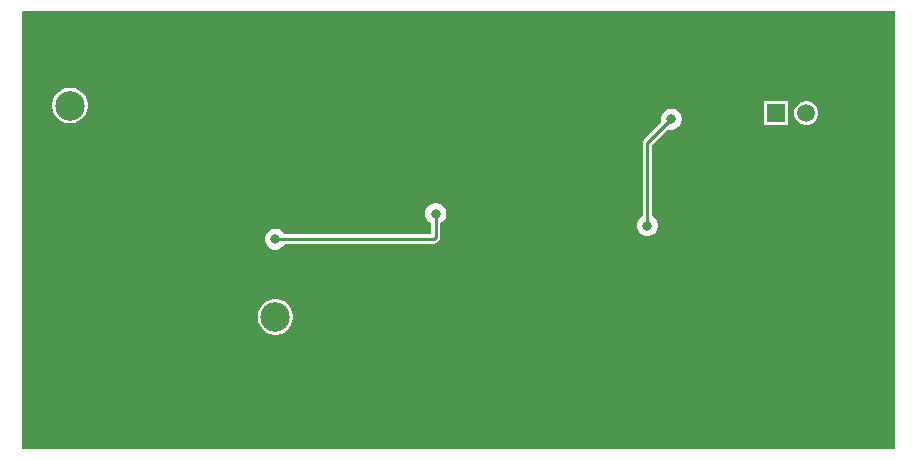
<source format=gbl>
G04*
G04 #@! TF.GenerationSoftware,Altium Limited,Altium Designer,22.6.1 (34)*
G04*
G04 Layer_Physical_Order=4*
G04 Layer_Color=16711680*
%FSLAX44Y44*%
%MOMM*%
G71*
G04*
G04 #@! TF.SameCoordinates,4A2B6ED2-E769-494B-A906-BAD3D60E24F7*
G04*
G04*
G04 #@! TF.FilePolarity,Positive*
G04*
G01*
G75*
%ADD11C,0.2540*%
%ADD22C,2.5000*%
%ADD23R,1.5000X1.5000*%
%ADD24C,1.5000*%
%ADD25C,0.8000*%
G36*
X1065530Y871220D02*
X1065627Y871123D01*
X1065141Y869950D01*
X326390D01*
Y1239520D01*
X327660Y1240790D01*
X1065530D01*
Y871220D01*
D02*
G37*
%LPC*%
G36*
X368511Y1175820D02*
X365549D01*
X362643Y1175242D01*
X359906Y1174108D01*
X357443Y1172462D01*
X355348Y1170367D01*
X353702Y1167904D01*
X352568Y1165167D01*
X351990Y1162261D01*
Y1159299D01*
X352568Y1156393D01*
X353702Y1153656D01*
X355348Y1151193D01*
X357443Y1149098D01*
X359906Y1147452D01*
X362643Y1146318D01*
X365549Y1145740D01*
X368511D01*
X371417Y1146318D01*
X374154Y1147452D01*
X376617Y1149098D01*
X378712Y1151193D01*
X380358Y1153656D01*
X381492Y1156393D01*
X382070Y1159299D01*
Y1162261D01*
X381492Y1165167D01*
X380358Y1167904D01*
X378712Y1170367D01*
X376617Y1172462D01*
X374154Y1174108D01*
X371417Y1175242D01*
X368511Y1175820D01*
D02*
G37*
G36*
X991922Y1164470D02*
X989278D01*
X986725Y1163786D01*
X984435Y1162464D01*
X982566Y1160595D01*
X981244Y1158305D01*
X980560Y1155752D01*
Y1153108D01*
X981244Y1150555D01*
X982566Y1148265D01*
X984435Y1146396D01*
X986725Y1145074D01*
X989278Y1144390D01*
X991922D01*
X994475Y1145074D01*
X996765Y1146396D01*
X998634Y1148265D01*
X999956Y1150555D01*
X1000640Y1153108D01*
Y1155752D01*
X999956Y1158305D01*
X998634Y1160595D01*
X996765Y1162464D01*
X994475Y1163786D01*
X991922Y1164470D01*
D02*
G37*
G36*
X975240D02*
X955160D01*
Y1144390D01*
X975240D01*
Y1164470D01*
D02*
G37*
G36*
X877470Y1158240D02*
X875130D01*
X872869Y1157634D01*
X870841Y1156464D01*
X869186Y1154809D01*
X868016Y1152781D01*
X867410Y1150520D01*
Y1148180D01*
X867880Y1146424D01*
X853233Y1131777D01*
X852391Y1130517D01*
X852095Y1129030D01*
Y1067203D01*
X850521Y1066294D01*
X848866Y1064639D01*
X847696Y1062611D01*
X847090Y1060350D01*
Y1058010D01*
X847696Y1055749D01*
X848866Y1053721D01*
X850521Y1052066D01*
X852549Y1050896D01*
X854810Y1050290D01*
X857150D01*
X859411Y1050896D01*
X861439Y1052066D01*
X863094Y1053721D01*
X864264Y1055749D01*
X864870Y1058010D01*
Y1060350D01*
X864264Y1062611D01*
X863094Y1064639D01*
X861439Y1066294D01*
X859865Y1067203D01*
Y1127421D01*
X873374Y1140930D01*
X875130Y1140460D01*
X877470D01*
X879731Y1141066D01*
X881759Y1142236D01*
X883414Y1143891D01*
X884584Y1145919D01*
X885190Y1148180D01*
Y1150520D01*
X884584Y1152781D01*
X883414Y1154809D01*
X881759Y1156464D01*
X879731Y1157634D01*
X877470Y1158240D01*
D02*
G37*
G36*
X678080Y1078230D02*
X675740D01*
X673479Y1077624D01*
X671451Y1076454D01*
X669796Y1074799D01*
X668626Y1072771D01*
X668020Y1070510D01*
Y1068170D01*
X668626Y1065909D01*
X669796Y1063881D01*
X671451Y1062226D01*
X673025Y1061318D01*
Y1051635D01*
X549043D01*
X548134Y1053209D01*
X546479Y1054864D01*
X544451Y1056034D01*
X542190Y1056640D01*
X539850D01*
X537589Y1056034D01*
X535561Y1054864D01*
X533906Y1053209D01*
X532736Y1051181D01*
X532130Y1048920D01*
Y1046580D01*
X532736Y1044319D01*
X533906Y1042291D01*
X535561Y1040636D01*
X537589Y1039466D01*
X539850Y1038860D01*
X542190D01*
X544451Y1039466D01*
X546479Y1040636D01*
X548134Y1042291D01*
X549043Y1043865D01*
X675422D01*
X676909Y1044161D01*
X678169Y1045003D01*
X679657Y1046491D01*
X680499Y1047751D01*
X680795Y1049238D01*
Y1061318D01*
X682369Y1062226D01*
X684024Y1063881D01*
X685194Y1065909D01*
X685800Y1068170D01*
Y1070510D01*
X685194Y1072771D01*
X684024Y1074799D01*
X682369Y1076454D01*
X680341Y1077624D01*
X678080Y1078230D01*
D02*
G37*
G36*
X542501Y996750D02*
X539539D01*
X536633Y996172D01*
X533896Y995038D01*
X531433Y993392D01*
X529338Y991297D01*
X527692Y988834D01*
X526558Y986097D01*
X525980Y983191D01*
Y980229D01*
X526558Y977323D01*
X527692Y974586D01*
X529338Y972123D01*
X531433Y970028D01*
X533896Y968382D01*
X536633Y967248D01*
X539539Y966670D01*
X542501D01*
X545407Y967248D01*
X548144Y968382D01*
X550607Y970028D01*
X552702Y972123D01*
X554348Y974586D01*
X555482Y977323D01*
X556060Y980229D01*
Y983191D01*
X555482Y986097D01*
X554348Y988834D01*
X552702Y991297D01*
X550607Y993392D01*
X548144Y995038D01*
X545407Y996172D01*
X542501Y996750D01*
D02*
G37*
%LPD*%
D11*
X676910Y1049238D02*
Y1069340D01*
X675422Y1047750D02*
X676910Y1049238D01*
X541020Y1047750D02*
X675422D01*
X855980Y1129030D02*
X876300Y1149350D01*
X855980Y1059180D02*
Y1129030D01*
D22*
X516020Y1006710D02*
D03*
X566020D02*
D03*
Y956710D02*
D03*
X516020D02*
D03*
X541020Y981710D02*
D03*
X342030Y1185780D02*
D03*
X392030D02*
D03*
Y1135780D02*
D03*
X342030D02*
D03*
X367030Y1160780D02*
D03*
D23*
X965200Y1154430D02*
D03*
D24*
X990600D02*
D03*
X1016000D02*
D03*
D25*
X676910Y1069340D02*
D03*
X541020Y1047750D02*
D03*
X876300Y1149350D02*
D03*
X855980Y1059180D02*
D03*
M02*

</source>
